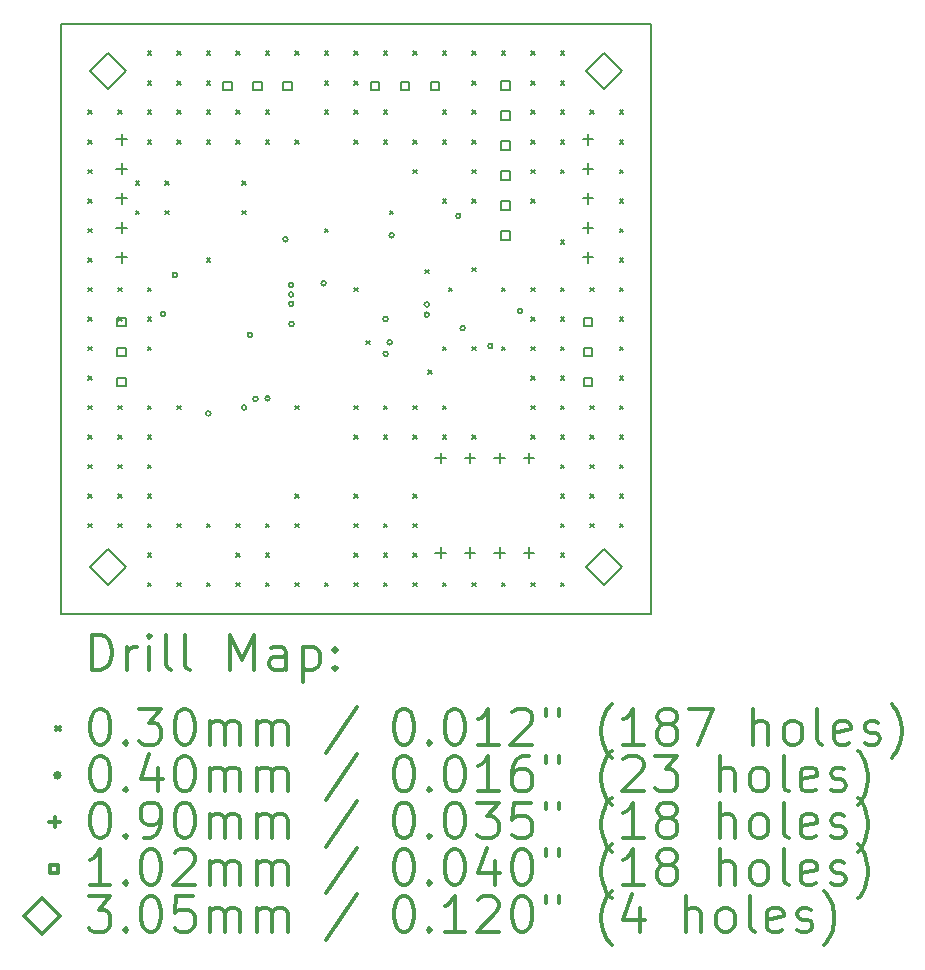
<source format=gbr>
%FSLAX45Y45*%
G04 Gerber Fmt 4.5, Leading zero omitted, Abs format (unit mm)*
G04 Created by KiCad (PCBNEW 4.0.5) date Thu Feb  9 17:30:36 2017*
%MOMM*%
%LPD*%
G01*
G04 APERTURE LIST*
%ADD10C,0.127000*%
%ADD11C,0.150000*%
%ADD12C,0.200000*%
%ADD13C,0.300000*%
G04 APERTURE END LIST*
D10*
D11*
X12500000Y-13500000D02*
X17500000Y-13500000D01*
X12500000Y-8500000D02*
X12500000Y-13500000D01*
X17500000Y-8500000D02*
X12500000Y-8500000D01*
X17500000Y-13500000D02*
X17500000Y-8500000D01*
D12*
X12735000Y-9235000D02*
X12765000Y-9265000D01*
X12765000Y-9235000D02*
X12735000Y-9265000D01*
X12735000Y-9485000D02*
X12765000Y-9515000D01*
X12765000Y-9485000D02*
X12735000Y-9515000D01*
X12735000Y-9735000D02*
X12765000Y-9765000D01*
X12765000Y-9735000D02*
X12735000Y-9765000D01*
X12735000Y-9985000D02*
X12765000Y-10015000D01*
X12765000Y-9985000D02*
X12735000Y-10015000D01*
X12735000Y-10235000D02*
X12765000Y-10265000D01*
X12765000Y-10235000D02*
X12735000Y-10265000D01*
X12735000Y-10485000D02*
X12765000Y-10515000D01*
X12765000Y-10485000D02*
X12735000Y-10515000D01*
X12735000Y-10735000D02*
X12765000Y-10765000D01*
X12765000Y-10735000D02*
X12735000Y-10765000D01*
X12735000Y-10985000D02*
X12765000Y-11015000D01*
X12765000Y-10985000D02*
X12735000Y-11015000D01*
X12735000Y-11235000D02*
X12765000Y-11265000D01*
X12765000Y-11235000D02*
X12735000Y-11265000D01*
X12735000Y-11485000D02*
X12765000Y-11515000D01*
X12765000Y-11485000D02*
X12735000Y-11515000D01*
X12735000Y-11735000D02*
X12765000Y-11765000D01*
X12765000Y-11735000D02*
X12735000Y-11765000D01*
X12735000Y-11985000D02*
X12765000Y-12015000D01*
X12765000Y-11985000D02*
X12735000Y-12015000D01*
X12735000Y-12235000D02*
X12765000Y-12265000D01*
X12765000Y-12235000D02*
X12735000Y-12265000D01*
X12735000Y-12485000D02*
X12765000Y-12515000D01*
X12765000Y-12485000D02*
X12735000Y-12515000D01*
X12735000Y-12735000D02*
X12765000Y-12765000D01*
X12765000Y-12735000D02*
X12735000Y-12765000D01*
X12985000Y-9235000D02*
X13015000Y-9265000D01*
X13015000Y-9235000D02*
X12985000Y-9265000D01*
X12985000Y-10735000D02*
X13015000Y-10765000D01*
X13015000Y-10735000D02*
X12985000Y-10765000D01*
X12985000Y-10985000D02*
X13015000Y-11015000D01*
X13015000Y-10985000D02*
X12985000Y-11015000D01*
X12985000Y-11735000D02*
X13015000Y-11765000D01*
X13015000Y-11735000D02*
X12985000Y-11765000D01*
X12985000Y-11985000D02*
X13015000Y-12015000D01*
X13015000Y-11985000D02*
X12985000Y-12015000D01*
X12985000Y-12235000D02*
X13015000Y-12265000D01*
X13015000Y-12235000D02*
X12985000Y-12265000D01*
X12985000Y-12485000D02*
X13015000Y-12515000D01*
X13015000Y-12485000D02*
X12985000Y-12515000D01*
X12985000Y-12735000D02*
X13015000Y-12765000D01*
X13015000Y-12735000D02*
X12985000Y-12765000D01*
X13135000Y-9835000D02*
X13165000Y-9865000D01*
X13165000Y-9835000D02*
X13135000Y-9865000D01*
X13135000Y-10085000D02*
X13165000Y-10115000D01*
X13165000Y-10085000D02*
X13135000Y-10115000D01*
X13235000Y-8735000D02*
X13265000Y-8765000D01*
X13265000Y-8735000D02*
X13235000Y-8765000D01*
X13235000Y-8985000D02*
X13265000Y-9015000D01*
X13265000Y-8985000D02*
X13235000Y-9015000D01*
X13235000Y-9235000D02*
X13265000Y-9265000D01*
X13265000Y-9235000D02*
X13235000Y-9265000D01*
X13235000Y-9485000D02*
X13265000Y-9515000D01*
X13265000Y-9485000D02*
X13235000Y-9515000D01*
X13235000Y-10735000D02*
X13265000Y-10765000D01*
X13265000Y-10735000D02*
X13235000Y-10765000D01*
X13235000Y-10985000D02*
X13265000Y-11015000D01*
X13265000Y-10985000D02*
X13235000Y-11015000D01*
X13235000Y-11235000D02*
X13265000Y-11265000D01*
X13265000Y-11235000D02*
X13235000Y-11265000D01*
X13235000Y-11735000D02*
X13265000Y-11765000D01*
X13265000Y-11735000D02*
X13235000Y-11765000D01*
X13235000Y-11985000D02*
X13265000Y-12015000D01*
X13265000Y-11985000D02*
X13235000Y-12015000D01*
X13235000Y-12235000D02*
X13265000Y-12265000D01*
X13265000Y-12235000D02*
X13235000Y-12265000D01*
X13235000Y-12485000D02*
X13265000Y-12515000D01*
X13265000Y-12485000D02*
X13235000Y-12515000D01*
X13235000Y-12735000D02*
X13265000Y-12765000D01*
X13265000Y-12735000D02*
X13235000Y-12765000D01*
X13235000Y-12985000D02*
X13265000Y-13015000D01*
X13265000Y-12985000D02*
X13235000Y-13015000D01*
X13235000Y-13235000D02*
X13265000Y-13265000D01*
X13265000Y-13235000D02*
X13235000Y-13265000D01*
X13385000Y-9835000D02*
X13415000Y-9865000D01*
X13415000Y-9835000D02*
X13385000Y-9865000D01*
X13385000Y-10085000D02*
X13415000Y-10115000D01*
X13415000Y-10085000D02*
X13385000Y-10115000D01*
X13485000Y-8735000D02*
X13515000Y-8765000D01*
X13515000Y-8735000D02*
X13485000Y-8765000D01*
X13485000Y-8985000D02*
X13515000Y-9015000D01*
X13515000Y-8985000D02*
X13485000Y-9015000D01*
X13485000Y-9235000D02*
X13515000Y-9265000D01*
X13515000Y-9235000D02*
X13485000Y-9265000D01*
X13485000Y-9485000D02*
X13515000Y-9515000D01*
X13515000Y-9485000D02*
X13485000Y-9515000D01*
X13485000Y-11735000D02*
X13515000Y-11765000D01*
X13515000Y-11735000D02*
X13485000Y-11765000D01*
X13485000Y-12735000D02*
X13515000Y-12765000D01*
X13515000Y-12735000D02*
X13485000Y-12765000D01*
X13485000Y-13235000D02*
X13515000Y-13265000D01*
X13515000Y-13235000D02*
X13485000Y-13265000D01*
X13735000Y-8735000D02*
X13765000Y-8765000D01*
X13765000Y-8735000D02*
X13735000Y-8765000D01*
X13735000Y-8985000D02*
X13765000Y-9015000D01*
X13765000Y-8985000D02*
X13735000Y-9015000D01*
X13735000Y-9235000D02*
X13765000Y-9265000D01*
X13765000Y-9235000D02*
X13735000Y-9265000D01*
X13735000Y-9485000D02*
X13765000Y-9515000D01*
X13765000Y-9485000D02*
X13735000Y-9515000D01*
X13735000Y-10485000D02*
X13765000Y-10515000D01*
X13765000Y-10485000D02*
X13735000Y-10515000D01*
X13735000Y-12735000D02*
X13765000Y-12765000D01*
X13765000Y-12735000D02*
X13735000Y-12765000D01*
X13735000Y-13235000D02*
X13765000Y-13265000D01*
X13765000Y-13235000D02*
X13735000Y-13265000D01*
X13985000Y-8735000D02*
X14015000Y-8765000D01*
X14015000Y-8735000D02*
X13985000Y-8765000D01*
X13985000Y-9235000D02*
X14015000Y-9265000D01*
X14015000Y-9235000D02*
X13985000Y-9265000D01*
X13985000Y-9485000D02*
X14015000Y-9515000D01*
X14015000Y-9485000D02*
X13985000Y-9515000D01*
X13985000Y-12735000D02*
X14015000Y-12765000D01*
X14015000Y-12735000D02*
X13985000Y-12765000D01*
X13985000Y-12985000D02*
X14015000Y-13015000D01*
X14015000Y-12985000D02*
X13985000Y-13015000D01*
X13985000Y-13235000D02*
X14015000Y-13265000D01*
X14015000Y-13235000D02*
X13985000Y-13265000D01*
X14035000Y-9835000D02*
X14065000Y-9865000D01*
X14065000Y-9835000D02*
X14035000Y-9865000D01*
X14035000Y-10085000D02*
X14065000Y-10115000D01*
X14065000Y-10085000D02*
X14035000Y-10115000D01*
X14235000Y-8735000D02*
X14265000Y-8765000D01*
X14265000Y-8735000D02*
X14235000Y-8765000D01*
X14235000Y-9235000D02*
X14265000Y-9265000D01*
X14265000Y-9235000D02*
X14235000Y-9265000D01*
X14235000Y-9485000D02*
X14265000Y-9515000D01*
X14265000Y-9485000D02*
X14235000Y-9515000D01*
X14235000Y-12735000D02*
X14265000Y-12765000D01*
X14265000Y-12735000D02*
X14235000Y-12765000D01*
X14235000Y-12985000D02*
X14265000Y-13015000D01*
X14265000Y-12985000D02*
X14235000Y-13015000D01*
X14235000Y-13235000D02*
X14265000Y-13265000D01*
X14265000Y-13235000D02*
X14235000Y-13265000D01*
X14485000Y-8735000D02*
X14515000Y-8765000D01*
X14515000Y-8735000D02*
X14485000Y-8765000D01*
X14485000Y-9485000D02*
X14515000Y-9515000D01*
X14515000Y-9485000D02*
X14485000Y-9515000D01*
X14485000Y-11735000D02*
X14515000Y-11765000D01*
X14515000Y-11735000D02*
X14485000Y-11765000D01*
X14485000Y-12485000D02*
X14515000Y-12515000D01*
X14515000Y-12485000D02*
X14485000Y-12515000D01*
X14485000Y-12735000D02*
X14515000Y-12765000D01*
X14515000Y-12735000D02*
X14485000Y-12765000D01*
X14485000Y-13235000D02*
X14515000Y-13265000D01*
X14515000Y-13235000D02*
X14485000Y-13265000D01*
X14735000Y-8735000D02*
X14765000Y-8765000D01*
X14765000Y-8735000D02*
X14735000Y-8765000D01*
X14735000Y-8985000D02*
X14765000Y-9015000D01*
X14765000Y-8985000D02*
X14735000Y-9015000D01*
X14735000Y-9235000D02*
X14765000Y-9265000D01*
X14765000Y-9235000D02*
X14735000Y-9265000D01*
X14735000Y-10235000D02*
X14765000Y-10265000D01*
X14765000Y-10235000D02*
X14735000Y-10265000D01*
X14735000Y-13235000D02*
X14765000Y-13265000D01*
X14765000Y-13235000D02*
X14735000Y-13265000D01*
X14985000Y-8735000D02*
X15015000Y-8765000D01*
X15015000Y-8735000D02*
X14985000Y-8765000D01*
X14985000Y-8985000D02*
X15015000Y-9015000D01*
X15015000Y-8985000D02*
X14985000Y-9015000D01*
X14985000Y-9235000D02*
X15015000Y-9265000D01*
X15015000Y-9235000D02*
X14985000Y-9265000D01*
X14985000Y-9485000D02*
X15015000Y-9515000D01*
X15015000Y-9485000D02*
X14985000Y-9515000D01*
X14985000Y-10735000D02*
X15015000Y-10765000D01*
X15015000Y-10735000D02*
X14985000Y-10765000D01*
X14985000Y-11735000D02*
X15015000Y-11765000D01*
X15015000Y-11735000D02*
X14985000Y-11765000D01*
X14985000Y-11985000D02*
X15015000Y-12015000D01*
X15015000Y-11985000D02*
X14985000Y-12015000D01*
X14985000Y-12485000D02*
X15015000Y-12515000D01*
X15015000Y-12485000D02*
X14985000Y-12515000D01*
X14985000Y-12735000D02*
X15015000Y-12765000D01*
X15015000Y-12735000D02*
X14985000Y-12765000D01*
X14985000Y-12985000D02*
X15015000Y-13015000D01*
X15015000Y-12985000D02*
X14985000Y-13015000D01*
X14985000Y-13235000D02*
X15015000Y-13265000D01*
X15015000Y-13235000D02*
X14985000Y-13265000D01*
X15085000Y-11185000D02*
X15115000Y-11215000D01*
X15115000Y-11185000D02*
X15085000Y-11215000D01*
X15235000Y-8735000D02*
X15265000Y-8765000D01*
X15265000Y-8735000D02*
X15235000Y-8765000D01*
X15235000Y-9235000D02*
X15265000Y-9265000D01*
X15265000Y-9235000D02*
X15235000Y-9265000D01*
X15235000Y-9485000D02*
X15265000Y-9515000D01*
X15265000Y-9485000D02*
X15235000Y-9515000D01*
X15235000Y-11735000D02*
X15265000Y-11765000D01*
X15265000Y-11735000D02*
X15235000Y-11765000D01*
X15235000Y-11985000D02*
X15265000Y-12015000D01*
X15265000Y-11985000D02*
X15235000Y-12015000D01*
X15235000Y-12735000D02*
X15265000Y-12765000D01*
X15265000Y-12735000D02*
X15235000Y-12765000D01*
X15235000Y-12985000D02*
X15265000Y-13015000D01*
X15265000Y-12985000D02*
X15235000Y-13015000D01*
X15235000Y-13235000D02*
X15265000Y-13265000D01*
X15265000Y-13235000D02*
X15235000Y-13265000D01*
X15285000Y-10085000D02*
X15315000Y-10115000D01*
X15315000Y-10085000D02*
X15285000Y-10115000D01*
X15485000Y-8735000D02*
X15515000Y-8765000D01*
X15515000Y-8735000D02*
X15485000Y-8765000D01*
X15485000Y-9485000D02*
X15515000Y-9515000D01*
X15515000Y-9485000D02*
X15485000Y-9515000D01*
X15485000Y-9735000D02*
X15515000Y-9765000D01*
X15515000Y-9735000D02*
X15485000Y-9765000D01*
X15485000Y-11735000D02*
X15515000Y-11765000D01*
X15515000Y-11735000D02*
X15485000Y-11765000D01*
X15485000Y-11985000D02*
X15515000Y-12015000D01*
X15515000Y-11985000D02*
X15485000Y-12015000D01*
X15485000Y-12485000D02*
X15515000Y-12515000D01*
X15515000Y-12485000D02*
X15485000Y-12515000D01*
X15485000Y-12735000D02*
X15515000Y-12765000D01*
X15515000Y-12735000D02*
X15485000Y-12765000D01*
X15485000Y-12985000D02*
X15515000Y-13015000D01*
X15515000Y-12985000D02*
X15485000Y-13015000D01*
X15485000Y-13235000D02*
X15515000Y-13265000D01*
X15515000Y-13235000D02*
X15485000Y-13265000D01*
X15585000Y-10585000D02*
X15615000Y-10615000D01*
X15615000Y-10585000D02*
X15585000Y-10615000D01*
X15610000Y-11435000D02*
X15640000Y-11465000D01*
X15640000Y-11435000D02*
X15610000Y-11465000D01*
X15735000Y-8735000D02*
X15765000Y-8765000D01*
X15765000Y-8735000D02*
X15735000Y-8765000D01*
X15735000Y-9235000D02*
X15765000Y-9265000D01*
X15765000Y-9235000D02*
X15735000Y-9265000D01*
X15735000Y-9485000D02*
X15765000Y-9515000D01*
X15765000Y-9485000D02*
X15735000Y-9515000D01*
X15735000Y-9985000D02*
X15765000Y-10015000D01*
X15765000Y-9985000D02*
X15735000Y-10015000D01*
X15735000Y-11235000D02*
X15765000Y-11265000D01*
X15765000Y-11235000D02*
X15735000Y-11265000D01*
X15735000Y-11735000D02*
X15765000Y-11765000D01*
X15765000Y-11735000D02*
X15735000Y-11765000D01*
X15735000Y-11985000D02*
X15765000Y-12015000D01*
X15765000Y-11985000D02*
X15735000Y-12015000D01*
X15735000Y-13235000D02*
X15765000Y-13265000D01*
X15765000Y-13235000D02*
X15735000Y-13265000D01*
X15785000Y-10735000D02*
X15815000Y-10765000D01*
X15815000Y-10735000D02*
X15785000Y-10765000D01*
X15985000Y-8735000D02*
X16015000Y-8765000D01*
X16015000Y-8735000D02*
X15985000Y-8765000D01*
X15985000Y-8985000D02*
X16015000Y-9015000D01*
X16015000Y-8985000D02*
X15985000Y-9015000D01*
X15985000Y-9235000D02*
X16015000Y-9265000D01*
X16015000Y-9235000D02*
X15985000Y-9265000D01*
X15985000Y-9485000D02*
X16015000Y-9515000D01*
X16015000Y-9485000D02*
X15985000Y-9515000D01*
X15985000Y-9735000D02*
X16015000Y-9765000D01*
X16015000Y-9735000D02*
X15985000Y-9765000D01*
X15985000Y-9985000D02*
X16015000Y-10015000D01*
X16015000Y-9985000D02*
X15985000Y-10015000D01*
X15985000Y-10565000D02*
X16015000Y-10595000D01*
X16015000Y-10565000D02*
X15985000Y-10595000D01*
X15985000Y-11235000D02*
X16015000Y-11265000D01*
X16015000Y-11235000D02*
X15985000Y-11265000D01*
X15985000Y-11985000D02*
X16015000Y-12015000D01*
X16015000Y-11985000D02*
X15985000Y-12015000D01*
X15985000Y-13235000D02*
X16015000Y-13265000D01*
X16015000Y-13235000D02*
X15985000Y-13265000D01*
X16235000Y-8735000D02*
X16265000Y-8765000D01*
X16265000Y-8735000D02*
X16235000Y-8765000D01*
X16235000Y-10735000D02*
X16265000Y-10765000D01*
X16265000Y-10735000D02*
X16235000Y-10765000D01*
X16235000Y-11235000D02*
X16265000Y-11265000D01*
X16265000Y-11235000D02*
X16235000Y-11265000D01*
X16235000Y-13235000D02*
X16265000Y-13265000D01*
X16265000Y-13235000D02*
X16235000Y-13265000D01*
X16485000Y-8735000D02*
X16515000Y-8765000D01*
X16515000Y-8735000D02*
X16485000Y-8765000D01*
X16485000Y-8985000D02*
X16515000Y-9015000D01*
X16515000Y-8985000D02*
X16485000Y-9015000D01*
X16485000Y-9235000D02*
X16515000Y-9265000D01*
X16515000Y-9235000D02*
X16485000Y-9265000D01*
X16485000Y-9485000D02*
X16515000Y-9515000D01*
X16515000Y-9485000D02*
X16485000Y-9515000D01*
X16485000Y-9735000D02*
X16515000Y-9765000D01*
X16515000Y-9735000D02*
X16485000Y-9765000D01*
X16485000Y-9985000D02*
X16515000Y-10015000D01*
X16515000Y-9985000D02*
X16485000Y-10015000D01*
X16485000Y-10735000D02*
X16515000Y-10765000D01*
X16515000Y-10735000D02*
X16485000Y-10765000D01*
X16485000Y-10985000D02*
X16515000Y-11015000D01*
X16515000Y-10985000D02*
X16485000Y-11015000D01*
X16485000Y-11235000D02*
X16515000Y-11265000D01*
X16515000Y-11235000D02*
X16485000Y-11265000D01*
X16485000Y-11485000D02*
X16515000Y-11515000D01*
X16515000Y-11485000D02*
X16485000Y-11515000D01*
X16485000Y-11735000D02*
X16515000Y-11765000D01*
X16515000Y-11735000D02*
X16485000Y-11765000D01*
X16485000Y-11985000D02*
X16515000Y-12015000D01*
X16515000Y-11985000D02*
X16485000Y-12015000D01*
X16485000Y-13235000D02*
X16515000Y-13265000D01*
X16515000Y-13235000D02*
X16485000Y-13265000D01*
X16735000Y-8735000D02*
X16765000Y-8765000D01*
X16765000Y-8735000D02*
X16735000Y-8765000D01*
X16735000Y-8985000D02*
X16765000Y-9015000D01*
X16765000Y-8985000D02*
X16735000Y-9015000D01*
X16735000Y-9235000D02*
X16765000Y-9265000D01*
X16765000Y-9235000D02*
X16735000Y-9265000D01*
X16735000Y-9485000D02*
X16765000Y-9515000D01*
X16765000Y-9485000D02*
X16735000Y-9515000D01*
X16735000Y-9735000D02*
X16765000Y-9765000D01*
X16765000Y-9735000D02*
X16735000Y-9765000D01*
X16735000Y-10335000D02*
X16765000Y-10365000D01*
X16765000Y-10335000D02*
X16735000Y-10365000D01*
X16735000Y-10735000D02*
X16765000Y-10765000D01*
X16765000Y-10735000D02*
X16735000Y-10765000D01*
X16735000Y-10985000D02*
X16765000Y-11015000D01*
X16765000Y-10985000D02*
X16735000Y-11015000D01*
X16735000Y-11235000D02*
X16765000Y-11265000D01*
X16765000Y-11235000D02*
X16735000Y-11265000D01*
X16735000Y-11485000D02*
X16765000Y-11515000D01*
X16765000Y-11485000D02*
X16735000Y-11515000D01*
X16735000Y-11735000D02*
X16765000Y-11765000D01*
X16765000Y-11735000D02*
X16735000Y-11765000D01*
X16735000Y-11985000D02*
X16765000Y-12015000D01*
X16765000Y-11985000D02*
X16735000Y-12015000D01*
X16735000Y-12235000D02*
X16765000Y-12265000D01*
X16765000Y-12235000D02*
X16735000Y-12265000D01*
X16735000Y-12485000D02*
X16765000Y-12515000D01*
X16765000Y-12485000D02*
X16735000Y-12515000D01*
X16735000Y-12735000D02*
X16765000Y-12765000D01*
X16765000Y-12735000D02*
X16735000Y-12765000D01*
X16735000Y-12985000D02*
X16765000Y-13015000D01*
X16765000Y-12985000D02*
X16735000Y-13015000D01*
X16735000Y-13235000D02*
X16765000Y-13265000D01*
X16765000Y-13235000D02*
X16735000Y-13265000D01*
X16985000Y-9235000D02*
X17015000Y-9265000D01*
X17015000Y-9235000D02*
X16985000Y-9265000D01*
X16985000Y-10735000D02*
X17015000Y-10765000D01*
X17015000Y-10735000D02*
X16985000Y-10765000D01*
X16985000Y-11735000D02*
X17015000Y-11765000D01*
X17015000Y-11735000D02*
X16985000Y-11765000D01*
X16985000Y-11985000D02*
X17015000Y-12015000D01*
X17015000Y-11985000D02*
X16985000Y-12015000D01*
X16985000Y-12235000D02*
X17015000Y-12265000D01*
X17015000Y-12235000D02*
X16985000Y-12265000D01*
X16985000Y-12485000D02*
X17015000Y-12515000D01*
X17015000Y-12485000D02*
X16985000Y-12515000D01*
X16985000Y-12735000D02*
X17015000Y-12765000D01*
X17015000Y-12735000D02*
X16985000Y-12765000D01*
X17235000Y-9235000D02*
X17265000Y-9265000D01*
X17265000Y-9235000D02*
X17235000Y-9265000D01*
X17235000Y-9485000D02*
X17265000Y-9515000D01*
X17265000Y-9485000D02*
X17235000Y-9515000D01*
X17235000Y-9735000D02*
X17265000Y-9765000D01*
X17265000Y-9735000D02*
X17235000Y-9765000D01*
X17235000Y-9985000D02*
X17265000Y-10015000D01*
X17265000Y-9985000D02*
X17235000Y-10015000D01*
X17235000Y-10235000D02*
X17265000Y-10265000D01*
X17265000Y-10235000D02*
X17235000Y-10265000D01*
X17235000Y-10485000D02*
X17265000Y-10515000D01*
X17265000Y-10485000D02*
X17235000Y-10515000D01*
X17235000Y-10735000D02*
X17265000Y-10765000D01*
X17265000Y-10735000D02*
X17235000Y-10765000D01*
X17235000Y-10985000D02*
X17265000Y-11015000D01*
X17265000Y-10985000D02*
X17235000Y-11015000D01*
X17235000Y-11235000D02*
X17265000Y-11265000D01*
X17265000Y-11235000D02*
X17235000Y-11265000D01*
X17235000Y-11485000D02*
X17265000Y-11515000D01*
X17265000Y-11485000D02*
X17235000Y-11515000D01*
X17235000Y-11735000D02*
X17265000Y-11765000D01*
X17265000Y-11735000D02*
X17235000Y-11765000D01*
X17235000Y-11985000D02*
X17265000Y-12015000D01*
X17265000Y-11985000D02*
X17235000Y-12015000D01*
X17235000Y-12235000D02*
X17265000Y-12265000D01*
X17265000Y-12235000D02*
X17235000Y-12265000D01*
X17235000Y-12485000D02*
X17265000Y-12515000D01*
X17265000Y-12485000D02*
X17235000Y-12515000D01*
X17235000Y-12735000D02*
X17265000Y-12765000D01*
X17265000Y-12735000D02*
X17235000Y-12765000D01*
X13386000Y-10958000D02*
G75*
G03X13386000Y-10958000I-20000J0D01*
G01*
X13486000Y-10628000D02*
G75*
G03X13486000Y-10628000I-20000J0D01*
G01*
X13770000Y-11800000D02*
G75*
G03X13770000Y-11800000I-20000J0D01*
G01*
X14073047Y-11748717D02*
G75*
G03X14073047Y-11748717I-20000J0D01*
G01*
X14121668Y-11133817D02*
G75*
G03X14121668Y-11133817I-20000J0D01*
G01*
X14168475Y-11676874D02*
G75*
G03X14168475Y-11676874I-20000J0D01*
G01*
X14270813Y-11673153D02*
G75*
G03X14270813Y-11673153I-20000J0D01*
G01*
X14422501Y-10324999D02*
G75*
G03X14422501Y-10324999I-20000J0D01*
G01*
X14471069Y-10792274D02*
G75*
G03X14471069Y-10792274I-20000J0D01*
G01*
X14471655Y-10712275D02*
G75*
G03X14471655Y-10712275I-20000J0D01*
G01*
X14472292Y-10872276D02*
G75*
G03X14472292Y-10872276I-20000J0D01*
G01*
X14473224Y-11042629D02*
G75*
G03X14473224Y-11042629I-20000J0D01*
G01*
X14746000Y-10698000D02*
G75*
G03X14746000Y-10698000I-20000J0D01*
G01*
X15270801Y-11000589D02*
G75*
G03X15270801Y-11000589I-20000J0D01*
G01*
X15271000Y-11295500D02*
G75*
G03X15271000Y-11295500I-20000J0D01*
G01*
X15306000Y-11198000D02*
G75*
G03X15306000Y-11198000I-20000J0D01*
G01*
X15321188Y-10292711D02*
G75*
G03X15321188Y-10292711I-20000J0D01*
G01*
X15620000Y-10877318D02*
G75*
G03X15620000Y-10877318I-20000J0D01*
G01*
X15620000Y-10964265D02*
G75*
G03X15620000Y-10964265I-20000J0D01*
G01*
X15886000Y-10128000D02*
G75*
G03X15886000Y-10128000I-20000J0D01*
G01*
X15923301Y-11077983D02*
G75*
G03X15923301Y-11077983I-20000J0D01*
G01*
X16156994Y-11229193D02*
G75*
G03X16156994Y-11229193I-20000J0D01*
G01*
X16409055Y-10934015D02*
G75*
G03X16409055Y-10934015I-20000J0D01*
G01*
X13016000Y-9433000D02*
X13016000Y-9523000D01*
X12971000Y-9478000D02*
X13061000Y-9478000D01*
X13016000Y-9683000D02*
X13016000Y-9773000D01*
X12971000Y-9728000D02*
X13061000Y-9728000D01*
X13016000Y-9933000D02*
X13016000Y-10023000D01*
X12971000Y-9978000D02*
X13061000Y-9978000D01*
X13016000Y-10183000D02*
X13016000Y-10273000D01*
X12971000Y-10228000D02*
X13061000Y-10228000D01*
X13016000Y-10433000D02*
X13016000Y-10523000D01*
X12971000Y-10478000D02*
X13061000Y-10478000D01*
X15716000Y-12133000D02*
X15716000Y-12223000D01*
X15671000Y-12178000D02*
X15761000Y-12178000D01*
X15716000Y-12933000D02*
X15716000Y-13023000D01*
X15671000Y-12978000D02*
X15761000Y-12978000D01*
X15966000Y-12133000D02*
X15966000Y-12223000D01*
X15921000Y-12178000D02*
X16011000Y-12178000D01*
X15966000Y-12933000D02*
X15966000Y-13023000D01*
X15921000Y-12978000D02*
X16011000Y-12978000D01*
X16216000Y-12133000D02*
X16216000Y-12223000D01*
X16171000Y-12178000D02*
X16261000Y-12178000D01*
X16216000Y-12933000D02*
X16216000Y-13023000D01*
X16171000Y-12978000D02*
X16261000Y-12978000D01*
X16466000Y-12133000D02*
X16466000Y-12223000D01*
X16421000Y-12178000D02*
X16511000Y-12178000D01*
X16466000Y-12933000D02*
X16466000Y-13023000D01*
X16421000Y-12978000D02*
X16511000Y-12978000D01*
X16966000Y-9433000D02*
X16966000Y-9523000D01*
X16921000Y-9478000D02*
X17011000Y-9478000D01*
X16966000Y-9683000D02*
X16966000Y-9773000D01*
X16921000Y-9728000D02*
X17011000Y-9728000D01*
X16966000Y-9933000D02*
X16966000Y-10023000D01*
X16921000Y-9978000D02*
X17011000Y-9978000D01*
X16966000Y-10183000D02*
X16966000Y-10273000D01*
X16921000Y-10228000D02*
X17011000Y-10228000D01*
X16966000Y-10433000D02*
X16966000Y-10523000D01*
X16921000Y-10478000D02*
X17011000Y-10478000D01*
X13051921Y-11059921D02*
X13051921Y-10988079D01*
X12980079Y-10988079D01*
X12980079Y-11059921D01*
X13051921Y-11059921D01*
X13051921Y-11313921D02*
X13051921Y-11242079D01*
X12980079Y-11242079D01*
X12980079Y-11313921D01*
X13051921Y-11313921D01*
X13051921Y-11567921D02*
X13051921Y-11496079D01*
X12980079Y-11496079D01*
X12980079Y-11567921D01*
X13051921Y-11567921D01*
X13947921Y-9063921D02*
X13947921Y-8992079D01*
X13876079Y-8992079D01*
X13876079Y-9063921D01*
X13947921Y-9063921D01*
X14201921Y-9063921D02*
X14201921Y-8992079D01*
X14130079Y-8992079D01*
X14130079Y-9063921D01*
X14201921Y-9063921D01*
X14455921Y-9063921D02*
X14455921Y-8992079D01*
X14384079Y-8992079D01*
X14384079Y-9063921D01*
X14455921Y-9063921D01*
X15197921Y-9063921D02*
X15197921Y-8992079D01*
X15126079Y-8992079D01*
X15126079Y-9063921D01*
X15197921Y-9063921D01*
X15451921Y-9063921D02*
X15451921Y-8992079D01*
X15380079Y-8992079D01*
X15380079Y-9063921D01*
X15451921Y-9063921D01*
X15705921Y-9063921D02*
X15705921Y-8992079D01*
X15634079Y-8992079D01*
X15634079Y-9063921D01*
X15705921Y-9063921D01*
X16301921Y-9059921D02*
X16301921Y-8988079D01*
X16230079Y-8988079D01*
X16230079Y-9059921D01*
X16301921Y-9059921D01*
X16301921Y-9313921D02*
X16301921Y-9242079D01*
X16230079Y-9242079D01*
X16230079Y-9313921D01*
X16301921Y-9313921D01*
X16301921Y-9567921D02*
X16301921Y-9496079D01*
X16230079Y-9496079D01*
X16230079Y-9567921D01*
X16301921Y-9567921D01*
X16301921Y-9821921D02*
X16301921Y-9750079D01*
X16230079Y-9750079D01*
X16230079Y-9821921D01*
X16301921Y-9821921D01*
X16301921Y-10075921D02*
X16301921Y-10004079D01*
X16230079Y-10004079D01*
X16230079Y-10075921D01*
X16301921Y-10075921D01*
X16301921Y-10329921D02*
X16301921Y-10258079D01*
X16230079Y-10258079D01*
X16230079Y-10329921D01*
X16301921Y-10329921D01*
X17001921Y-11059921D02*
X17001921Y-10988079D01*
X16930079Y-10988079D01*
X16930079Y-11059921D01*
X17001921Y-11059921D01*
X17001921Y-11313921D02*
X17001921Y-11242079D01*
X16930079Y-11242079D01*
X16930079Y-11313921D01*
X17001921Y-11313921D01*
X17001921Y-11567921D02*
X17001921Y-11496079D01*
X16930079Y-11496079D01*
X16930079Y-11567921D01*
X17001921Y-11567921D01*
X12900000Y-9052400D02*
X13052400Y-8900000D01*
X12900000Y-8747600D01*
X12747600Y-8900000D01*
X12900000Y-9052400D01*
X12900000Y-13252400D02*
X13052400Y-13100000D01*
X12900000Y-12947600D01*
X12747600Y-13100000D01*
X12900000Y-13252400D01*
X17100000Y-9052400D02*
X17252400Y-8900000D01*
X17100000Y-8747600D01*
X16947600Y-8900000D01*
X17100000Y-9052400D01*
X17100000Y-13252400D02*
X17252400Y-13100000D01*
X17100000Y-12947600D01*
X16947600Y-13100000D01*
X17100000Y-13252400D01*
D13*
X12763928Y-13973214D02*
X12763928Y-13673214D01*
X12835357Y-13673214D01*
X12878214Y-13687500D01*
X12906786Y-13716071D01*
X12921071Y-13744643D01*
X12935357Y-13801786D01*
X12935357Y-13844643D01*
X12921071Y-13901786D01*
X12906786Y-13930357D01*
X12878214Y-13958929D01*
X12835357Y-13973214D01*
X12763928Y-13973214D01*
X13063928Y-13973214D02*
X13063928Y-13773214D01*
X13063928Y-13830357D02*
X13078214Y-13801786D01*
X13092500Y-13787500D01*
X13121071Y-13773214D01*
X13149643Y-13773214D01*
X13249643Y-13973214D02*
X13249643Y-13773214D01*
X13249643Y-13673214D02*
X13235357Y-13687500D01*
X13249643Y-13701786D01*
X13263928Y-13687500D01*
X13249643Y-13673214D01*
X13249643Y-13701786D01*
X13435357Y-13973214D02*
X13406786Y-13958929D01*
X13392500Y-13930357D01*
X13392500Y-13673214D01*
X13592500Y-13973214D02*
X13563928Y-13958929D01*
X13549643Y-13930357D01*
X13549643Y-13673214D01*
X13935357Y-13973214D02*
X13935357Y-13673214D01*
X14035357Y-13887500D01*
X14135357Y-13673214D01*
X14135357Y-13973214D01*
X14406786Y-13973214D02*
X14406786Y-13816071D01*
X14392500Y-13787500D01*
X14363928Y-13773214D01*
X14306786Y-13773214D01*
X14278214Y-13787500D01*
X14406786Y-13958929D02*
X14378214Y-13973214D01*
X14306786Y-13973214D01*
X14278214Y-13958929D01*
X14263928Y-13930357D01*
X14263928Y-13901786D01*
X14278214Y-13873214D01*
X14306786Y-13858929D01*
X14378214Y-13858929D01*
X14406786Y-13844643D01*
X14549643Y-13773214D02*
X14549643Y-14073214D01*
X14549643Y-13787500D02*
X14578214Y-13773214D01*
X14635357Y-13773214D01*
X14663928Y-13787500D01*
X14678214Y-13801786D01*
X14692500Y-13830357D01*
X14692500Y-13916071D01*
X14678214Y-13944643D01*
X14663928Y-13958929D01*
X14635357Y-13973214D01*
X14578214Y-13973214D01*
X14549643Y-13958929D01*
X14821071Y-13944643D02*
X14835357Y-13958929D01*
X14821071Y-13973214D01*
X14806786Y-13958929D01*
X14821071Y-13944643D01*
X14821071Y-13973214D01*
X14821071Y-13787500D02*
X14835357Y-13801786D01*
X14821071Y-13816071D01*
X14806786Y-13801786D01*
X14821071Y-13787500D01*
X14821071Y-13816071D01*
X12462500Y-14452500D02*
X12492500Y-14482500D01*
X12492500Y-14452500D02*
X12462500Y-14482500D01*
X12821071Y-14303214D02*
X12849643Y-14303214D01*
X12878214Y-14317500D01*
X12892500Y-14331786D01*
X12906786Y-14360357D01*
X12921071Y-14417500D01*
X12921071Y-14488929D01*
X12906786Y-14546071D01*
X12892500Y-14574643D01*
X12878214Y-14588929D01*
X12849643Y-14603214D01*
X12821071Y-14603214D01*
X12792500Y-14588929D01*
X12778214Y-14574643D01*
X12763928Y-14546071D01*
X12749643Y-14488929D01*
X12749643Y-14417500D01*
X12763928Y-14360357D01*
X12778214Y-14331786D01*
X12792500Y-14317500D01*
X12821071Y-14303214D01*
X13049643Y-14574643D02*
X13063928Y-14588929D01*
X13049643Y-14603214D01*
X13035357Y-14588929D01*
X13049643Y-14574643D01*
X13049643Y-14603214D01*
X13163928Y-14303214D02*
X13349643Y-14303214D01*
X13249643Y-14417500D01*
X13292500Y-14417500D01*
X13321071Y-14431786D01*
X13335357Y-14446071D01*
X13349643Y-14474643D01*
X13349643Y-14546071D01*
X13335357Y-14574643D01*
X13321071Y-14588929D01*
X13292500Y-14603214D01*
X13206786Y-14603214D01*
X13178214Y-14588929D01*
X13163928Y-14574643D01*
X13535357Y-14303214D02*
X13563928Y-14303214D01*
X13592500Y-14317500D01*
X13606786Y-14331786D01*
X13621071Y-14360357D01*
X13635357Y-14417500D01*
X13635357Y-14488929D01*
X13621071Y-14546071D01*
X13606786Y-14574643D01*
X13592500Y-14588929D01*
X13563928Y-14603214D01*
X13535357Y-14603214D01*
X13506786Y-14588929D01*
X13492500Y-14574643D01*
X13478214Y-14546071D01*
X13463928Y-14488929D01*
X13463928Y-14417500D01*
X13478214Y-14360357D01*
X13492500Y-14331786D01*
X13506786Y-14317500D01*
X13535357Y-14303214D01*
X13763928Y-14603214D02*
X13763928Y-14403214D01*
X13763928Y-14431786D02*
X13778214Y-14417500D01*
X13806786Y-14403214D01*
X13849643Y-14403214D01*
X13878214Y-14417500D01*
X13892500Y-14446071D01*
X13892500Y-14603214D01*
X13892500Y-14446071D02*
X13906786Y-14417500D01*
X13935357Y-14403214D01*
X13978214Y-14403214D01*
X14006786Y-14417500D01*
X14021071Y-14446071D01*
X14021071Y-14603214D01*
X14163928Y-14603214D02*
X14163928Y-14403214D01*
X14163928Y-14431786D02*
X14178214Y-14417500D01*
X14206786Y-14403214D01*
X14249643Y-14403214D01*
X14278214Y-14417500D01*
X14292500Y-14446071D01*
X14292500Y-14603214D01*
X14292500Y-14446071D02*
X14306786Y-14417500D01*
X14335357Y-14403214D01*
X14378214Y-14403214D01*
X14406786Y-14417500D01*
X14421071Y-14446071D01*
X14421071Y-14603214D01*
X15006786Y-14288929D02*
X14749643Y-14674643D01*
X15392500Y-14303214D02*
X15421071Y-14303214D01*
X15449643Y-14317500D01*
X15463928Y-14331786D01*
X15478214Y-14360357D01*
X15492500Y-14417500D01*
X15492500Y-14488929D01*
X15478214Y-14546071D01*
X15463928Y-14574643D01*
X15449643Y-14588929D01*
X15421071Y-14603214D01*
X15392500Y-14603214D01*
X15363928Y-14588929D01*
X15349643Y-14574643D01*
X15335357Y-14546071D01*
X15321071Y-14488929D01*
X15321071Y-14417500D01*
X15335357Y-14360357D01*
X15349643Y-14331786D01*
X15363928Y-14317500D01*
X15392500Y-14303214D01*
X15621071Y-14574643D02*
X15635357Y-14588929D01*
X15621071Y-14603214D01*
X15606786Y-14588929D01*
X15621071Y-14574643D01*
X15621071Y-14603214D01*
X15821071Y-14303214D02*
X15849643Y-14303214D01*
X15878214Y-14317500D01*
X15892500Y-14331786D01*
X15906785Y-14360357D01*
X15921071Y-14417500D01*
X15921071Y-14488929D01*
X15906785Y-14546071D01*
X15892500Y-14574643D01*
X15878214Y-14588929D01*
X15849643Y-14603214D01*
X15821071Y-14603214D01*
X15792500Y-14588929D01*
X15778214Y-14574643D01*
X15763928Y-14546071D01*
X15749643Y-14488929D01*
X15749643Y-14417500D01*
X15763928Y-14360357D01*
X15778214Y-14331786D01*
X15792500Y-14317500D01*
X15821071Y-14303214D01*
X16206785Y-14603214D02*
X16035357Y-14603214D01*
X16121071Y-14603214D02*
X16121071Y-14303214D01*
X16092500Y-14346071D01*
X16063928Y-14374643D01*
X16035357Y-14388929D01*
X16321071Y-14331786D02*
X16335357Y-14317500D01*
X16363928Y-14303214D01*
X16435357Y-14303214D01*
X16463928Y-14317500D01*
X16478214Y-14331786D01*
X16492500Y-14360357D01*
X16492500Y-14388929D01*
X16478214Y-14431786D01*
X16306785Y-14603214D01*
X16492500Y-14603214D01*
X16606786Y-14303214D02*
X16606786Y-14360357D01*
X16721071Y-14303214D02*
X16721071Y-14360357D01*
X17163928Y-14717500D02*
X17149643Y-14703214D01*
X17121071Y-14660357D01*
X17106786Y-14631786D01*
X17092500Y-14588929D01*
X17078214Y-14517500D01*
X17078214Y-14460357D01*
X17092500Y-14388929D01*
X17106786Y-14346071D01*
X17121071Y-14317500D01*
X17149643Y-14274643D01*
X17163928Y-14260357D01*
X17435357Y-14603214D02*
X17263928Y-14603214D01*
X17349643Y-14603214D02*
X17349643Y-14303214D01*
X17321071Y-14346071D01*
X17292500Y-14374643D01*
X17263928Y-14388929D01*
X17606786Y-14431786D02*
X17578214Y-14417500D01*
X17563928Y-14403214D01*
X17549643Y-14374643D01*
X17549643Y-14360357D01*
X17563928Y-14331786D01*
X17578214Y-14317500D01*
X17606786Y-14303214D01*
X17663928Y-14303214D01*
X17692500Y-14317500D01*
X17706786Y-14331786D01*
X17721071Y-14360357D01*
X17721071Y-14374643D01*
X17706786Y-14403214D01*
X17692500Y-14417500D01*
X17663928Y-14431786D01*
X17606786Y-14431786D01*
X17578214Y-14446071D01*
X17563928Y-14460357D01*
X17549643Y-14488929D01*
X17549643Y-14546071D01*
X17563928Y-14574643D01*
X17578214Y-14588929D01*
X17606786Y-14603214D01*
X17663928Y-14603214D01*
X17692500Y-14588929D01*
X17706786Y-14574643D01*
X17721071Y-14546071D01*
X17721071Y-14488929D01*
X17706786Y-14460357D01*
X17692500Y-14446071D01*
X17663928Y-14431786D01*
X17821071Y-14303214D02*
X18021071Y-14303214D01*
X17892500Y-14603214D01*
X18363928Y-14603214D02*
X18363928Y-14303214D01*
X18492500Y-14603214D02*
X18492500Y-14446071D01*
X18478214Y-14417500D01*
X18449643Y-14403214D01*
X18406786Y-14403214D01*
X18378214Y-14417500D01*
X18363928Y-14431786D01*
X18678214Y-14603214D02*
X18649643Y-14588929D01*
X18635357Y-14574643D01*
X18621071Y-14546071D01*
X18621071Y-14460357D01*
X18635357Y-14431786D01*
X18649643Y-14417500D01*
X18678214Y-14403214D01*
X18721071Y-14403214D01*
X18749643Y-14417500D01*
X18763928Y-14431786D01*
X18778214Y-14460357D01*
X18778214Y-14546071D01*
X18763928Y-14574643D01*
X18749643Y-14588929D01*
X18721071Y-14603214D01*
X18678214Y-14603214D01*
X18949643Y-14603214D02*
X18921071Y-14588929D01*
X18906786Y-14560357D01*
X18906786Y-14303214D01*
X19178214Y-14588929D02*
X19149643Y-14603214D01*
X19092500Y-14603214D01*
X19063929Y-14588929D01*
X19049643Y-14560357D01*
X19049643Y-14446071D01*
X19063929Y-14417500D01*
X19092500Y-14403214D01*
X19149643Y-14403214D01*
X19178214Y-14417500D01*
X19192500Y-14446071D01*
X19192500Y-14474643D01*
X19049643Y-14503214D01*
X19306786Y-14588929D02*
X19335357Y-14603214D01*
X19392500Y-14603214D01*
X19421071Y-14588929D01*
X19435357Y-14560357D01*
X19435357Y-14546071D01*
X19421071Y-14517500D01*
X19392500Y-14503214D01*
X19349643Y-14503214D01*
X19321071Y-14488929D01*
X19306786Y-14460357D01*
X19306786Y-14446071D01*
X19321071Y-14417500D01*
X19349643Y-14403214D01*
X19392500Y-14403214D01*
X19421071Y-14417500D01*
X19535357Y-14717500D02*
X19549643Y-14703214D01*
X19578214Y-14660357D01*
X19592500Y-14631786D01*
X19606786Y-14588929D01*
X19621071Y-14517500D01*
X19621071Y-14460357D01*
X19606786Y-14388929D01*
X19592500Y-14346071D01*
X19578214Y-14317500D01*
X19549643Y-14274643D01*
X19535357Y-14260357D01*
X12492500Y-14863500D02*
G75*
G03X12492500Y-14863500I-20000J0D01*
G01*
X12821071Y-14699214D02*
X12849643Y-14699214D01*
X12878214Y-14713500D01*
X12892500Y-14727786D01*
X12906786Y-14756357D01*
X12921071Y-14813500D01*
X12921071Y-14884929D01*
X12906786Y-14942071D01*
X12892500Y-14970643D01*
X12878214Y-14984929D01*
X12849643Y-14999214D01*
X12821071Y-14999214D01*
X12792500Y-14984929D01*
X12778214Y-14970643D01*
X12763928Y-14942071D01*
X12749643Y-14884929D01*
X12749643Y-14813500D01*
X12763928Y-14756357D01*
X12778214Y-14727786D01*
X12792500Y-14713500D01*
X12821071Y-14699214D01*
X13049643Y-14970643D02*
X13063928Y-14984929D01*
X13049643Y-14999214D01*
X13035357Y-14984929D01*
X13049643Y-14970643D01*
X13049643Y-14999214D01*
X13321071Y-14799214D02*
X13321071Y-14999214D01*
X13249643Y-14684929D02*
X13178214Y-14899214D01*
X13363928Y-14899214D01*
X13535357Y-14699214D02*
X13563928Y-14699214D01*
X13592500Y-14713500D01*
X13606786Y-14727786D01*
X13621071Y-14756357D01*
X13635357Y-14813500D01*
X13635357Y-14884929D01*
X13621071Y-14942071D01*
X13606786Y-14970643D01*
X13592500Y-14984929D01*
X13563928Y-14999214D01*
X13535357Y-14999214D01*
X13506786Y-14984929D01*
X13492500Y-14970643D01*
X13478214Y-14942071D01*
X13463928Y-14884929D01*
X13463928Y-14813500D01*
X13478214Y-14756357D01*
X13492500Y-14727786D01*
X13506786Y-14713500D01*
X13535357Y-14699214D01*
X13763928Y-14999214D02*
X13763928Y-14799214D01*
X13763928Y-14827786D02*
X13778214Y-14813500D01*
X13806786Y-14799214D01*
X13849643Y-14799214D01*
X13878214Y-14813500D01*
X13892500Y-14842071D01*
X13892500Y-14999214D01*
X13892500Y-14842071D02*
X13906786Y-14813500D01*
X13935357Y-14799214D01*
X13978214Y-14799214D01*
X14006786Y-14813500D01*
X14021071Y-14842071D01*
X14021071Y-14999214D01*
X14163928Y-14999214D02*
X14163928Y-14799214D01*
X14163928Y-14827786D02*
X14178214Y-14813500D01*
X14206786Y-14799214D01*
X14249643Y-14799214D01*
X14278214Y-14813500D01*
X14292500Y-14842071D01*
X14292500Y-14999214D01*
X14292500Y-14842071D02*
X14306786Y-14813500D01*
X14335357Y-14799214D01*
X14378214Y-14799214D01*
X14406786Y-14813500D01*
X14421071Y-14842071D01*
X14421071Y-14999214D01*
X15006786Y-14684929D02*
X14749643Y-15070643D01*
X15392500Y-14699214D02*
X15421071Y-14699214D01*
X15449643Y-14713500D01*
X15463928Y-14727786D01*
X15478214Y-14756357D01*
X15492500Y-14813500D01*
X15492500Y-14884929D01*
X15478214Y-14942071D01*
X15463928Y-14970643D01*
X15449643Y-14984929D01*
X15421071Y-14999214D01*
X15392500Y-14999214D01*
X15363928Y-14984929D01*
X15349643Y-14970643D01*
X15335357Y-14942071D01*
X15321071Y-14884929D01*
X15321071Y-14813500D01*
X15335357Y-14756357D01*
X15349643Y-14727786D01*
X15363928Y-14713500D01*
X15392500Y-14699214D01*
X15621071Y-14970643D02*
X15635357Y-14984929D01*
X15621071Y-14999214D01*
X15606786Y-14984929D01*
X15621071Y-14970643D01*
X15621071Y-14999214D01*
X15821071Y-14699214D02*
X15849643Y-14699214D01*
X15878214Y-14713500D01*
X15892500Y-14727786D01*
X15906785Y-14756357D01*
X15921071Y-14813500D01*
X15921071Y-14884929D01*
X15906785Y-14942071D01*
X15892500Y-14970643D01*
X15878214Y-14984929D01*
X15849643Y-14999214D01*
X15821071Y-14999214D01*
X15792500Y-14984929D01*
X15778214Y-14970643D01*
X15763928Y-14942071D01*
X15749643Y-14884929D01*
X15749643Y-14813500D01*
X15763928Y-14756357D01*
X15778214Y-14727786D01*
X15792500Y-14713500D01*
X15821071Y-14699214D01*
X16206785Y-14999214D02*
X16035357Y-14999214D01*
X16121071Y-14999214D02*
X16121071Y-14699214D01*
X16092500Y-14742071D01*
X16063928Y-14770643D01*
X16035357Y-14784929D01*
X16463928Y-14699214D02*
X16406785Y-14699214D01*
X16378214Y-14713500D01*
X16363928Y-14727786D01*
X16335357Y-14770643D01*
X16321071Y-14827786D01*
X16321071Y-14942071D01*
X16335357Y-14970643D01*
X16349643Y-14984929D01*
X16378214Y-14999214D01*
X16435357Y-14999214D01*
X16463928Y-14984929D01*
X16478214Y-14970643D01*
X16492500Y-14942071D01*
X16492500Y-14870643D01*
X16478214Y-14842071D01*
X16463928Y-14827786D01*
X16435357Y-14813500D01*
X16378214Y-14813500D01*
X16349643Y-14827786D01*
X16335357Y-14842071D01*
X16321071Y-14870643D01*
X16606786Y-14699214D02*
X16606786Y-14756357D01*
X16721071Y-14699214D02*
X16721071Y-14756357D01*
X17163928Y-15113500D02*
X17149643Y-15099214D01*
X17121071Y-15056357D01*
X17106786Y-15027786D01*
X17092500Y-14984929D01*
X17078214Y-14913500D01*
X17078214Y-14856357D01*
X17092500Y-14784929D01*
X17106786Y-14742071D01*
X17121071Y-14713500D01*
X17149643Y-14670643D01*
X17163928Y-14656357D01*
X17263928Y-14727786D02*
X17278214Y-14713500D01*
X17306786Y-14699214D01*
X17378214Y-14699214D01*
X17406786Y-14713500D01*
X17421071Y-14727786D01*
X17435357Y-14756357D01*
X17435357Y-14784929D01*
X17421071Y-14827786D01*
X17249643Y-14999214D01*
X17435357Y-14999214D01*
X17535357Y-14699214D02*
X17721071Y-14699214D01*
X17621071Y-14813500D01*
X17663928Y-14813500D01*
X17692500Y-14827786D01*
X17706786Y-14842071D01*
X17721071Y-14870643D01*
X17721071Y-14942071D01*
X17706786Y-14970643D01*
X17692500Y-14984929D01*
X17663928Y-14999214D01*
X17578214Y-14999214D01*
X17549643Y-14984929D01*
X17535357Y-14970643D01*
X18078214Y-14999214D02*
X18078214Y-14699214D01*
X18206786Y-14999214D02*
X18206786Y-14842071D01*
X18192500Y-14813500D01*
X18163928Y-14799214D01*
X18121071Y-14799214D01*
X18092500Y-14813500D01*
X18078214Y-14827786D01*
X18392500Y-14999214D02*
X18363928Y-14984929D01*
X18349643Y-14970643D01*
X18335357Y-14942071D01*
X18335357Y-14856357D01*
X18349643Y-14827786D01*
X18363928Y-14813500D01*
X18392500Y-14799214D01*
X18435357Y-14799214D01*
X18463928Y-14813500D01*
X18478214Y-14827786D01*
X18492500Y-14856357D01*
X18492500Y-14942071D01*
X18478214Y-14970643D01*
X18463928Y-14984929D01*
X18435357Y-14999214D01*
X18392500Y-14999214D01*
X18663928Y-14999214D02*
X18635357Y-14984929D01*
X18621071Y-14956357D01*
X18621071Y-14699214D01*
X18892500Y-14984929D02*
X18863929Y-14999214D01*
X18806786Y-14999214D01*
X18778214Y-14984929D01*
X18763929Y-14956357D01*
X18763929Y-14842071D01*
X18778214Y-14813500D01*
X18806786Y-14799214D01*
X18863929Y-14799214D01*
X18892500Y-14813500D01*
X18906786Y-14842071D01*
X18906786Y-14870643D01*
X18763929Y-14899214D01*
X19021071Y-14984929D02*
X19049643Y-14999214D01*
X19106786Y-14999214D01*
X19135357Y-14984929D01*
X19149643Y-14956357D01*
X19149643Y-14942071D01*
X19135357Y-14913500D01*
X19106786Y-14899214D01*
X19063929Y-14899214D01*
X19035357Y-14884929D01*
X19021071Y-14856357D01*
X19021071Y-14842071D01*
X19035357Y-14813500D01*
X19063929Y-14799214D01*
X19106786Y-14799214D01*
X19135357Y-14813500D01*
X19249643Y-15113500D02*
X19263929Y-15099214D01*
X19292500Y-15056357D01*
X19306786Y-15027786D01*
X19321071Y-14984929D01*
X19335357Y-14913500D01*
X19335357Y-14856357D01*
X19321071Y-14784929D01*
X19306786Y-14742071D01*
X19292500Y-14713500D01*
X19263929Y-14670643D01*
X19249643Y-14656357D01*
X12447500Y-15214500D02*
X12447500Y-15304500D01*
X12402500Y-15259500D02*
X12492500Y-15259500D01*
X12821071Y-15095214D02*
X12849643Y-15095214D01*
X12878214Y-15109500D01*
X12892500Y-15123786D01*
X12906786Y-15152357D01*
X12921071Y-15209500D01*
X12921071Y-15280929D01*
X12906786Y-15338071D01*
X12892500Y-15366643D01*
X12878214Y-15380929D01*
X12849643Y-15395214D01*
X12821071Y-15395214D01*
X12792500Y-15380929D01*
X12778214Y-15366643D01*
X12763928Y-15338071D01*
X12749643Y-15280929D01*
X12749643Y-15209500D01*
X12763928Y-15152357D01*
X12778214Y-15123786D01*
X12792500Y-15109500D01*
X12821071Y-15095214D01*
X13049643Y-15366643D02*
X13063928Y-15380929D01*
X13049643Y-15395214D01*
X13035357Y-15380929D01*
X13049643Y-15366643D01*
X13049643Y-15395214D01*
X13206786Y-15395214D02*
X13263928Y-15395214D01*
X13292500Y-15380929D01*
X13306786Y-15366643D01*
X13335357Y-15323786D01*
X13349643Y-15266643D01*
X13349643Y-15152357D01*
X13335357Y-15123786D01*
X13321071Y-15109500D01*
X13292500Y-15095214D01*
X13235357Y-15095214D01*
X13206786Y-15109500D01*
X13192500Y-15123786D01*
X13178214Y-15152357D01*
X13178214Y-15223786D01*
X13192500Y-15252357D01*
X13206786Y-15266643D01*
X13235357Y-15280929D01*
X13292500Y-15280929D01*
X13321071Y-15266643D01*
X13335357Y-15252357D01*
X13349643Y-15223786D01*
X13535357Y-15095214D02*
X13563928Y-15095214D01*
X13592500Y-15109500D01*
X13606786Y-15123786D01*
X13621071Y-15152357D01*
X13635357Y-15209500D01*
X13635357Y-15280929D01*
X13621071Y-15338071D01*
X13606786Y-15366643D01*
X13592500Y-15380929D01*
X13563928Y-15395214D01*
X13535357Y-15395214D01*
X13506786Y-15380929D01*
X13492500Y-15366643D01*
X13478214Y-15338071D01*
X13463928Y-15280929D01*
X13463928Y-15209500D01*
X13478214Y-15152357D01*
X13492500Y-15123786D01*
X13506786Y-15109500D01*
X13535357Y-15095214D01*
X13763928Y-15395214D02*
X13763928Y-15195214D01*
X13763928Y-15223786D02*
X13778214Y-15209500D01*
X13806786Y-15195214D01*
X13849643Y-15195214D01*
X13878214Y-15209500D01*
X13892500Y-15238071D01*
X13892500Y-15395214D01*
X13892500Y-15238071D02*
X13906786Y-15209500D01*
X13935357Y-15195214D01*
X13978214Y-15195214D01*
X14006786Y-15209500D01*
X14021071Y-15238071D01*
X14021071Y-15395214D01*
X14163928Y-15395214D02*
X14163928Y-15195214D01*
X14163928Y-15223786D02*
X14178214Y-15209500D01*
X14206786Y-15195214D01*
X14249643Y-15195214D01*
X14278214Y-15209500D01*
X14292500Y-15238071D01*
X14292500Y-15395214D01*
X14292500Y-15238071D02*
X14306786Y-15209500D01*
X14335357Y-15195214D01*
X14378214Y-15195214D01*
X14406786Y-15209500D01*
X14421071Y-15238071D01*
X14421071Y-15395214D01*
X15006786Y-15080929D02*
X14749643Y-15466643D01*
X15392500Y-15095214D02*
X15421071Y-15095214D01*
X15449643Y-15109500D01*
X15463928Y-15123786D01*
X15478214Y-15152357D01*
X15492500Y-15209500D01*
X15492500Y-15280929D01*
X15478214Y-15338071D01*
X15463928Y-15366643D01*
X15449643Y-15380929D01*
X15421071Y-15395214D01*
X15392500Y-15395214D01*
X15363928Y-15380929D01*
X15349643Y-15366643D01*
X15335357Y-15338071D01*
X15321071Y-15280929D01*
X15321071Y-15209500D01*
X15335357Y-15152357D01*
X15349643Y-15123786D01*
X15363928Y-15109500D01*
X15392500Y-15095214D01*
X15621071Y-15366643D02*
X15635357Y-15380929D01*
X15621071Y-15395214D01*
X15606786Y-15380929D01*
X15621071Y-15366643D01*
X15621071Y-15395214D01*
X15821071Y-15095214D02*
X15849643Y-15095214D01*
X15878214Y-15109500D01*
X15892500Y-15123786D01*
X15906785Y-15152357D01*
X15921071Y-15209500D01*
X15921071Y-15280929D01*
X15906785Y-15338071D01*
X15892500Y-15366643D01*
X15878214Y-15380929D01*
X15849643Y-15395214D01*
X15821071Y-15395214D01*
X15792500Y-15380929D01*
X15778214Y-15366643D01*
X15763928Y-15338071D01*
X15749643Y-15280929D01*
X15749643Y-15209500D01*
X15763928Y-15152357D01*
X15778214Y-15123786D01*
X15792500Y-15109500D01*
X15821071Y-15095214D01*
X16021071Y-15095214D02*
X16206785Y-15095214D01*
X16106785Y-15209500D01*
X16149643Y-15209500D01*
X16178214Y-15223786D01*
X16192500Y-15238071D01*
X16206785Y-15266643D01*
X16206785Y-15338071D01*
X16192500Y-15366643D01*
X16178214Y-15380929D01*
X16149643Y-15395214D01*
X16063928Y-15395214D01*
X16035357Y-15380929D01*
X16021071Y-15366643D01*
X16478214Y-15095214D02*
X16335357Y-15095214D01*
X16321071Y-15238071D01*
X16335357Y-15223786D01*
X16363928Y-15209500D01*
X16435357Y-15209500D01*
X16463928Y-15223786D01*
X16478214Y-15238071D01*
X16492500Y-15266643D01*
X16492500Y-15338071D01*
X16478214Y-15366643D01*
X16463928Y-15380929D01*
X16435357Y-15395214D01*
X16363928Y-15395214D01*
X16335357Y-15380929D01*
X16321071Y-15366643D01*
X16606786Y-15095214D02*
X16606786Y-15152357D01*
X16721071Y-15095214D02*
X16721071Y-15152357D01*
X17163928Y-15509500D02*
X17149643Y-15495214D01*
X17121071Y-15452357D01*
X17106786Y-15423786D01*
X17092500Y-15380929D01*
X17078214Y-15309500D01*
X17078214Y-15252357D01*
X17092500Y-15180929D01*
X17106786Y-15138071D01*
X17121071Y-15109500D01*
X17149643Y-15066643D01*
X17163928Y-15052357D01*
X17435357Y-15395214D02*
X17263928Y-15395214D01*
X17349643Y-15395214D02*
X17349643Y-15095214D01*
X17321071Y-15138071D01*
X17292500Y-15166643D01*
X17263928Y-15180929D01*
X17606786Y-15223786D02*
X17578214Y-15209500D01*
X17563928Y-15195214D01*
X17549643Y-15166643D01*
X17549643Y-15152357D01*
X17563928Y-15123786D01*
X17578214Y-15109500D01*
X17606786Y-15095214D01*
X17663928Y-15095214D01*
X17692500Y-15109500D01*
X17706786Y-15123786D01*
X17721071Y-15152357D01*
X17721071Y-15166643D01*
X17706786Y-15195214D01*
X17692500Y-15209500D01*
X17663928Y-15223786D01*
X17606786Y-15223786D01*
X17578214Y-15238071D01*
X17563928Y-15252357D01*
X17549643Y-15280929D01*
X17549643Y-15338071D01*
X17563928Y-15366643D01*
X17578214Y-15380929D01*
X17606786Y-15395214D01*
X17663928Y-15395214D01*
X17692500Y-15380929D01*
X17706786Y-15366643D01*
X17721071Y-15338071D01*
X17721071Y-15280929D01*
X17706786Y-15252357D01*
X17692500Y-15238071D01*
X17663928Y-15223786D01*
X18078214Y-15395214D02*
X18078214Y-15095214D01*
X18206786Y-15395214D02*
X18206786Y-15238071D01*
X18192500Y-15209500D01*
X18163928Y-15195214D01*
X18121071Y-15195214D01*
X18092500Y-15209500D01*
X18078214Y-15223786D01*
X18392500Y-15395214D02*
X18363928Y-15380929D01*
X18349643Y-15366643D01*
X18335357Y-15338071D01*
X18335357Y-15252357D01*
X18349643Y-15223786D01*
X18363928Y-15209500D01*
X18392500Y-15195214D01*
X18435357Y-15195214D01*
X18463928Y-15209500D01*
X18478214Y-15223786D01*
X18492500Y-15252357D01*
X18492500Y-15338071D01*
X18478214Y-15366643D01*
X18463928Y-15380929D01*
X18435357Y-15395214D01*
X18392500Y-15395214D01*
X18663928Y-15395214D02*
X18635357Y-15380929D01*
X18621071Y-15352357D01*
X18621071Y-15095214D01*
X18892500Y-15380929D02*
X18863929Y-15395214D01*
X18806786Y-15395214D01*
X18778214Y-15380929D01*
X18763929Y-15352357D01*
X18763929Y-15238071D01*
X18778214Y-15209500D01*
X18806786Y-15195214D01*
X18863929Y-15195214D01*
X18892500Y-15209500D01*
X18906786Y-15238071D01*
X18906786Y-15266643D01*
X18763929Y-15295214D01*
X19021071Y-15380929D02*
X19049643Y-15395214D01*
X19106786Y-15395214D01*
X19135357Y-15380929D01*
X19149643Y-15352357D01*
X19149643Y-15338071D01*
X19135357Y-15309500D01*
X19106786Y-15295214D01*
X19063929Y-15295214D01*
X19035357Y-15280929D01*
X19021071Y-15252357D01*
X19021071Y-15238071D01*
X19035357Y-15209500D01*
X19063929Y-15195214D01*
X19106786Y-15195214D01*
X19135357Y-15209500D01*
X19249643Y-15509500D02*
X19263929Y-15495214D01*
X19292500Y-15452357D01*
X19306786Y-15423786D01*
X19321071Y-15380929D01*
X19335357Y-15309500D01*
X19335357Y-15252357D01*
X19321071Y-15180929D01*
X19306786Y-15138071D01*
X19292500Y-15109500D01*
X19263929Y-15066643D01*
X19249643Y-15052357D01*
X12477621Y-15691421D02*
X12477621Y-15619579D01*
X12405778Y-15619579D01*
X12405778Y-15691421D01*
X12477621Y-15691421D01*
X12921071Y-15791214D02*
X12749643Y-15791214D01*
X12835357Y-15791214D02*
X12835357Y-15491214D01*
X12806786Y-15534071D01*
X12778214Y-15562643D01*
X12749643Y-15576929D01*
X13049643Y-15762643D02*
X13063928Y-15776929D01*
X13049643Y-15791214D01*
X13035357Y-15776929D01*
X13049643Y-15762643D01*
X13049643Y-15791214D01*
X13249643Y-15491214D02*
X13278214Y-15491214D01*
X13306786Y-15505500D01*
X13321071Y-15519786D01*
X13335357Y-15548357D01*
X13349643Y-15605500D01*
X13349643Y-15676929D01*
X13335357Y-15734071D01*
X13321071Y-15762643D01*
X13306786Y-15776929D01*
X13278214Y-15791214D01*
X13249643Y-15791214D01*
X13221071Y-15776929D01*
X13206786Y-15762643D01*
X13192500Y-15734071D01*
X13178214Y-15676929D01*
X13178214Y-15605500D01*
X13192500Y-15548357D01*
X13206786Y-15519786D01*
X13221071Y-15505500D01*
X13249643Y-15491214D01*
X13463928Y-15519786D02*
X13478214Y-15505500D01*
X13506786Y-15491214D01*
X13578214Y-15491214D01*
X13606786Y-15505500D01*
X13621071Y-15519786D01*
X13635357Y-15548357D01*
X13635357Y-15576929D01*
X13621071Y-15619786D01*
X13449643Y-15791214D01*
X13635357Y-15791214D01*
X13763928Y-15791214D02*
X13763928Y-15591214D01*
X13763928Y-15619786D02*
X13778214Y-15605500D01*
X13806786Y-15591214D01*
X13849643Y-15591214D01*
X13878214Y-15605500D01*
X13892500Y-15634071D01*
X13892500Y-15791214D01*
X13892500Y-15634071D02*
X13906786Y-15605500D01*
X13935357Y-15591214D01*
X13978214Y-15591214D01*
X14006786Y-15605500D01*
X14021071Y-15634071D01*
X14021071Y-15791214D01*
X14163928Y-15791214D02*
X14163928Y-15591214D01*
X14163928Y-15619786D02*
X14178214Y-15605500D01*
X14206786Y-15591214D01*
X14249643Y-15591214D01*
X14278214Y-15605500D01*
X14292500Y-15634071D01*
X14292500Y-15791214D01*
X14292500Y-15634071D02*
X14306786Y-15605500D01*
X14335357Y-15591214D01*
X14378214Y-15591214D01*
X14406786Y-15605500D01*
X14421071Y-15634071D01*
X14421071Y-15791214D01*
X15006786Y-15476929D02*
X14749643Y-15862643D01*
X15392500Y-15491214D02*
X15421071Y-15491214D01*
X15449643Y-15505500D01*
X15463928Y-15519786D01*
X15478214Y-15548357D01*
X15492500Y-15605500D01*
X15492500Y-15676929D01*
X15478214Y-15734071D01*
X15463928Y-15762643D01*
X15449643Y-15776929D01*
X15421071Y-15791214D01*
X15392500Y-15791214D01*
X15363928Y-15776929D01*
X15349643Y-15762643D01*
X15335357Y-15734071D01*
X15321071Y-15676929D01*
X15321071Y-15605500D01*
X15335357Y-15548357D01*
X15349643Y-15519786D01*
X15363928Y-15505500D01*
X15392500Y-15491214D01*
X15621071Y-15762643D02*
X15635357Y-15776929D01*
X15621071Y-15791214D01*
X15606786Y-15776929D01*
X15621071Y-15762643D01*
X15621071Y-15791214D01*
X15821071Y-15491214D02*
X15849643Y-15491214D01*
X15878214Y-15505500D01*
X15892500Y-15519786D01*
X15906785Y-15548357D01*
X15921071Y-15605500D01*
X15921071Y-15676929D01*
X15906785Y-15734071D01*
X15892500Y-15762643D01*
X15878214Y-15776929D01*
X15849643Y-15791214D01*
X15821071Y-15791214D01*
X15792500Y-15776929D01*
X15778214Y-15762643D01*
X15763928Y-15734071D01*
X15749643Y-15676929D01*
X15749643Y-15605500D01*
X15763928Y-15548357D01*
X15778214Y-15519786D01*
X15792500Y-15505500D01*
X15821071Y-15491214D01*
X16178214Y-15591214D02*
X16178214Y-15791214D01*
X16106785Y-15476929D02*
X16035357Y-15691214D01*
X16221071Y-15691214D01*
X16392500Y-15491214D02*
X16421071Y-15491214D01*
X16449643Y-15505500D01*
X16463928Y-15519786D01*
X16478214Y-15548357D01*
X16492500Y-15605500D01*
X16492500Y-15676929D01*
X16478214Y-15734071D01*
X16463928Y-15762643D01*
X16449643Y-15776929D01*
X16421071Y-15791214D01*
X16392500Y-15791214D01*
X16363928Y-15776929D01*
X16349643Y-15762643D01*
X16335357Y-15734071D01*
X16321071Y-15676929D01*
X16321071Y-15605500D01*
X16335357Y-15548357D01*
X16349643Y-15519786D01*
X16363928Y-15505500D01*
X16392500Y-15491214D01*
X16606786Y-15491214D02*
X16606786Y-15548357D01*
X16721071Y-15491214D02*
X16721071Y-15548357D01*
X17163928Y-15905500D02*
X17149643Y-15891214D01*
X17121071Y-15848357D01*
X17106786Y-15819786D01*
X17092500Y-15776929D01*
X17078214Y-15705500D01*
X17078214Y-15648357D01*
X17092500Y-15576929D01*
X17106786Y-15534071D01*
X17121071Y-15505500D01*
X17149643Y-15462643D01*
X17163928Y-15448357D01*
X17435357Y-15791214D02*
X17263928Y-15791214D01*
X17349643Y-15791214D02*
X17349643Y-15491214D01*
X17321071Y-15534071D01*
X17292500Y-15562643D01*
X17263928Y-15576929D01*
X17606786Y-15619786D02*
X17578214Y-15605500D01*
X17563928Y-15591214D01*
X17549643Y-15562643D01*
X17549643Y-15548357D01*
X17563928Y-15519786D01*
X17578214Y-15505500D01*
X17606786Y-15491214D01*
X17663928Y-15491214D01*
X17692500Y-15505500D01*
X17706786Y-15519786D01*
X17721071Y-15548357D01*
X17721071Y-15562643D01*
X17706786Y-15591214D01*
X17692500Y-15605500D01*
X17663928Y-15619786D01*
X17606786Y-15619786D01*
X17578214Y-15634071D01*
X17563928Y-15648357D01*
X17549643Y-15676929D01*
X17549643Y-15734071D01*
X17563928Y-15762643D01*
X17578214Y-15776929D01*
X17606786Y-15791214D01*
X17663928Y-15791214D01*
X17692500Y-15776929D01*
X17706786Y-15762643D01*
X17721071Y-15734071D01*
X17721071Y-15676929D01*
X17706786Y-15648357D01*
X17692500Y-15634071D01*
X17663928Y-15619786D01*
X18078214Y-15791214D02*
X18078214Y-15491214D01*
X18206786Y-15791214D02*
X18206786Y-15634071D01*
X18192500Y-15605500D01*
X18163928Y-15591214D01*
X18121071Y-15591214D01*
X18092500Y-15605500D01*
X18078214Y-15619786D01*
X18392500Y-15791214D02*
X18363928Y-15776929D01*
X18349643Y-15762643D01*
X18335357Y-15734071D01*
X18335357Y-15648357D01*
X18349643Y-15619786D01*
X18363928Y-15605500D01*
X18392500Y-15591214D01*
X18435357Y-15591214D01*
X18463928Y-15605500D01*
X18478214Y-15619786D01*
X18492500Y-15648357D01*
X18492500Y-15734071D01*
X18478214Y-15762643D01*
X18463928Y-15776929D01*
X18435357Y-15791214D01*
X18392500Y-15791214D01*
X18663928Y-15791214D02*
X18635357Y-15776929D01*
X18621071Y-15748357D01*
X18621071Y-15491214D01*
X18892500Y-15776929D02*
X18863929Y-15791214D01*
X18806786Y-15791214D01*
X18778214Y-15776929D01*
X18763929Y-15748357D01*
X18763929Y-15634071D01*
X18778214Y-15605500D01*
X18806786Y-15591214D01*
X18863929Y-15591214D01*
X18892500Y-15605500D01*
X18906786Y-15634071D01*
X18906786Y-15662643D01*
X18763929Y-15691214D01*
X19021071Y-15776929D02*
X19049643Y-15791214D01*
X19106786Y-15791214D01*
X19135357Y-15776929D01*
X19149643Y-15748357D01*
X19149643Y-15734071D01*
X19135357Y-15705500D01*
X19106786Y-15691214D01*
X19063929Y-15691214D01*
X19035357Y-15676929D01*
X19021071Y-15648357D01*
X19021071Y-15634071D01*
X19035357Y-15605500D01*
X19063929Y-15591214D01*
X19106786Y-15591214D01*
X19135357Y-15605500D01*
X19249643Y-15905500D02*
X19263929Y-15891214D01*
X19292500Y-15848357D01*
X19306786Y-15819786D01*
X19321071Y-15776929D01*
X19335357Y-15705500D01*
X19335357Y-15648357D01*
X19321071Y-15576929D01*
X19306786Y-15534071D01*
X19292500Y-15505500D01*
X19263929Y-15462643D01*
X19249643Y-15448357D01*
X12340100Y-16203900D02*
X12492500Y-16051500D01*
X12340100Y-15899100D01*
X12187700Y-16051500D01*
X12340100Y-16203900D01*
X12735357Y-15887214D02*
X12921071Y-15887214D01*
X12821071Y-16001500D01*
X12863928Y-16001500D01*
X12892500Y-16015786D01*
X12906786Y-16030071D01*
X12921071Y-16058643D01*
X12921071Y-16130071D01*
X12906786Y-16158643D01*
X12892500Y-16172929D01*
X12863928Y-16187214D01*
X12778214Y-16187214D01*
X12749643Y-16172929D01*
X12735357Y-16158643D01*
X13049643Y-16158643D02*
X13063928Y-16172929D01*
X13049643Y-16187214D01*
X13035357Y-16172929D01*
X13049643Y-16158643D01*
X13049643Y-16187214D01*
X13249643Y-15887214D02*
X13278214Y-15887214D01*
X13306786Y-15901500D01*
X13321071Y-15915786D01*
X13335357Y-15944357D01*
X13349643Y-16001500D01*
X13349643Y-16072929D01*
X13335357Y-16130071D01*
X13321071Y-16158643D01*
X13306786Y-16172929D01*
X13278214Y-16187214D01*
X13249643Y-16187214D01*
X13221071Y-16172929D01*
X13206786Y-16158643D01*
X13192500Y-16130071D01*
X13178214Y-16072929D01*
X13178214Y-16001500D01*
X13192500Y-15944357D01*
X13206786Y-15915786D01*
X13221071Y-15901500D01*
X13249643Y-15887214D01*
X13621071Y-15887214D02*
X13478214Y-15887214D01*
X13463928Y-16030071D01*
X13478214Y-16015786D01*
X13506786Y-16001500D01*
X13578214Y-16001500D01*
X13606786Y-16015786D01*
X13621071Y-16030071D01*
X13635357Y-16058643D01*
X13635357Y-16130071D01*
X13621071Y-16158643D01*
X13606786Y-16172929D01*
X13578214Y-16187214D01*
X13506786Y-16187214D01*
X13478214Y-16172929D01*
X13463928Y-16158643D01*
X13763928Y-16187214D02*
X13763928Y-15987214D01*
X13763928Y-16015786D02*
X13778214Y-16001500D01*
X13806786Y-15987214D01*
X13849643Y-15987214D01*
X13878214Y-16001500D01*
X13892500Y-16030071D01*
X13892500Y-16187214D01*
X13892500Y-16030071D02*
X13906786Y-16001500D01*
X13935357Y-15987214D01*
X13978214Y-15987214D01*
X14006786Y-16001500D01*
X14021071Y-16030071D01*
X14021071Y-16187214D01*
X14163928Y-16187214D02*
X14163928Y-15987214D01*
X14163928Y-16015786D02*
X14178214Y-16001500D01*
X14206786Y-15987214D01*
X14249643Y-15987214D01*
X14278214Y-16001500D01*
X14292500Y-16030071D01*
X14292500Y-16187214D01*
X14292500Y-16030071D02*
X14306786Y-16001500D01*
X14335357Y-15987214D01*
X14378214Y-15987214D01*
X14406786Y-16001500D01*
X14421071Y-16030071D01*
X14421071Y-16187214D01*
X15006786Y-15872929D02*
X14749643Y-16258643D01*
X15392500Y-15887214D02*
X15421071Y-15887214D01*
X15449643Y-15901500D01*
X15463928Y-15915786D01*
X15478214Y-15944357D01*
X15492500Y-16001500D01*
X15492500Y-16072929D01*
X15478214Y-16130071D01*
X15463928Y-16158643D01*
X15449643Y-16172929D01*
X15421071Y-16187214D01*
X15392500Y-16187214D01*
X15363928Y-16172929D01*
X15349643Y-16158643D01*
X15335357Y-16130071D01*
X15321071Y-16072929D01*
X15321071Y-16001500D01*
X15335357Y-15944357D01*
X15349643Y-15915786D01*
X15363928Y-15901500D01*
X15392500Y-15887214D01*
X15621071Y-16158643D02*
X15635357Y-16172929D01*
X15621071Y-16187214D01*
X15606786Y-16172929D01*
X15621071Y-16158643D01*
X15621071Y-16187214D01*
X15921071Y-16187214D02*
X15749643Y-16187214D01*
X15835357Y-16187214D02*
X15835357Y-15887214D01*
X15806785Y-15930071D01*
X15778214Y-15958643D01*
X15749643Y-15972929D01*
X16035357Y-15915786D02*
X16049643Y-15901500D01*
X16078214Y-15887214D01*
X16149643Y-15887214D01*
X16178214Y-15901500D01*
X16192500Y-15915786D01*
X16206785Y-15944357D01*
X16206785Y-15972929D01*
X16192500Y-16015786D01*
X16021071Y-16187214D01*
X16206785Y-16187214D01*
X16392500Y-15887214D02*
X16421071Y-15887214D01*
X16449643Y-15901500D01*
X16463928Y-15915786D01*
X16478214Y-15944357D01*
X16492500Y-16001500D01*
X16492500Y-16072929D01*
X16478214Y-16130071D01*
X16463928Y-16158643D01*
X16449643Y-16172929D01*
X16421071Y-16187214D01*
X16392500Y-16187214D01*
X16363928Y-16172929D01*
X16349643Y-16158643D01*
X16335357Y-16130071D01*
X16321071Y-16072929D01*
X16321071Y-16001500D01*
X16335357Y-15944357D01*
X16349643Y-15915786D01*
X16363928Y-15901500D01*
X16392500Y-15887214D01*
X16606786Y-15887214D02*
X16606786Y-15944357D01*
X16721071Y-15887214D02*
X16721071Y-15944357D01*
X17163928Y-16301500D02*
X17149643Y-16287214D01*
X17121071Y-16244357D01*
X17106786Y-16215786D01*
X17092500Y-16172929D01*
X17078214Y-16101500D01*
X17078214Y-16044357D01*
X17092500Y-15972929D01*
X17106786Y-15930071D01*
X17121071Y-15901500D01*
X17149643Y-15858643D01*
X17163928Y-15844357D01*
X17406786Y-15987214D02*
X17406786Y-16187214D01*
X17335357Y-15872929D02*
X17263928Y-16087214D01*
X17449643Y-16087214D01*
X17792500Y-16187214D02*
X17792500Y-15887214D01*
X17921071Y-16187214D02*
X17921071Y-16030071D01*
X17906786Y-16001500D01*
X17878214Y-15987214D01*
X17835357Y-15987214D01*
X17806786Y-16001500D01*
X17792500Y-16015786D01*
X18106786Y-16187214D02*
X18078214Y-16172929D01*
X18063928Y-16158643D01*
X18049643Y-16130071D01*
X18049643Y-16044357D01*
X18063928Y-16015786D01*
X18078214Y-16001500D01*
X18106786Y-15987214D01*
X18149643Y-15987214D01*
X18178214Y-16001500D01*
X18192500Y-16015786D01*
X18206786Y-16044357D01*
X18206786Y-16130071D01*
X18192500Y-16158643D01*
X18178214Y-16172929D01*
X18149643Y-16187214D01*
X18106786Y-16187214D01*
X18378214Y-16187214D02*
X18349643Y-16172929D01*
X18335357Y-16144357D01*
X18335357Y-15887214D01*
X18606786Y-16172929D02*
X18578214Y-16187214D01*
X18521071Y-16187214D01*
X18492500Y-16172929D01*
X18478214Y-16144357D01*
X18478214Y-16030071D01*
X18492500Y-16001500D01*
X18521071Y-15987214D01*
X18578214Y-15987214D01*
X18606786Y-16001500D01*
X18621071Y-16030071D01*
X18621071Y-16058643D01*
X18478214Y-16087214D01*
X18735357Y-16172929D02*
X18763929Y-16187214D01*
X18821071Y-16187214D01*
X18849643Y-16172929D01*
X18863929Y-16144357D01*
X18863929Y-16130071D01*
X18849643Y-16101500D01*
X18821071Y-16087214D01*
X18778214Y-16087214D01*
X18749643Y-16072929D01*
X18735357Y-16044357D01*
X18735357Y-16030071D01*
X18749643Y-16001500D01*
X18778214Y-15987214D01*
X18821071Y-15987214D01*
X18849643Y-16001500D01*
X18963928Y-16301500D02*
X18978214Y-16287214D01*
X19006786Y-16244357D01*
X19021071Y-16215786D01*
X19035357Y-16172929D01*
X19049643Y-16101500D01*
X19049643Y-16044357D01*
X19035357Y-15972929D01*
X19021071Y-15930071D01*
X19006786Y-15901500D01*
X18978214Y-15858643D01*
X18963928Y-15844357D01*
M02*

</source>
